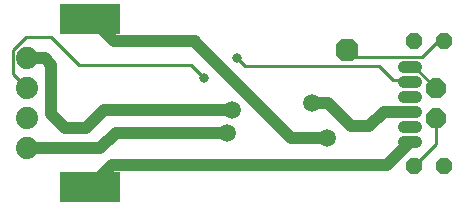
<source format=gbr>
G04 EAGLE Gerber RS-274X export*
G75*
%MOMM*%
%FSLAX34Y34*%
%LPD*%
%INTop Copper*%
%IPPOS*%
%AMOC8*
5,1,8,0,0,1.08239X$1,22.5*%
G01*
%ADD10C,1.008000*%
%ADD11R,5.080000X2.540000*%
%ADD12P,1.814519X8X112.500000*%
%ADD13C,1.879600*%
%ADD14P,1.429621X8X22.500000*%
%ADD15P,2.089446X8X292.500000*%
%ADD16C,1.016000*%
%ADD17C,1.500000*%
%ADD18C,0.254000*%
%ADD19C,0.806400*%


D10*
X337060Y52450D02*
X347140Y52450D01*
X347140Y65150D02*
X337060Y65150D01*
X337060Y77850D02*
X347140Y77850D01*
X347140Y90550D02*
X337060Y90550D01*
X337060Y103250D02*
X347140Y103250D01*
X347140Y115950D02*
X337060Y115950D01*
D11*
X71000Y14000D03*
X71000Y156000D03*
D12*
X364000Y72300D03*
X364000Y97700D03*
D13*
X18000Y123000D03*
X18000Y97600D03*
X18000Y72200D03*
X18000Y46800D03*
D14*
X345300Y138000D03*
X370700Y138000D03*
X345300Y32000D03*
X370700Y32000D03*
D15*
X289000Y130000D03*
D16*
X90000Y33000D02*
X71000Y14000D01*
X322650Y33000D02*
X342100Y52450D01*
X322650Y33000D02*
X90000Y33000D01*
X160000Y137150D02*
X242000Y55150D01*
X160000Y137150D02*
X160000Y138000D01*
X92000Y138000D01*
X74000Y156000D01*
X71000Y156000D01*
D17*
X272000Y55150D03*
D16*
X242000Y55150D01*
D17*
X187000Y60000D03*
D16*
X93000Y60000D01*
X79800Y46800D02*
X18000Y46800D01*
X79800Y46800D02*
X93000Y60000D01*
D17*
X259000Y85000D03*
D16*
X308022Y65634D02*
X320238Y77850D01*
X308022Y65634D02*
X291978Y65634D01*
X272612Y85000D02*
X259000Y85000D01*
X272612Y85000D02*
X291978Y65634D01*
X320238Y77850D02*
X342100Y77850D01*
X33000Y123000D02*
X18000Y123000D01*
D17*
X192000Y79000D03*
D16*
X38759Y117242D02*
X33000Y123000D01*
X74648Y70352D02*
X71882Y68031D01*
X74648Y70352D02*
X75684Y71587D01*
X71882Y68031D02*
X68214Y64364D01*
X50636Y64364D01*
X75684Y71587D02*
X83097Y79000D01*
X38759Y76242D02*
X38759Y117242D01*
X38759Y76242D02*
X50636Y64364D01*
X83097Y79000D02*
X192000Y79000D01*
D18*
X366000Y138000D02*
X370700Y138000D01*
X366000Y138000D02*
X352445Y124445D01*
X294555Y124445D01*
X289000Y130000D01*
X364000Y50700D02*
X345300Y32000D01*
X364000Y50700D02*
X364000Y72300D01*
X18000Y97600D02*
X6000Y109600D01*
X6000Y117758D02*
X5808Y117950D01*
X5808Y129808D01*
X17000Y141000D01*
X38000Y141000D01*
X62000Y117000D02*
X157000Y117000D01*
D19*
X168000Y106000D03*
D18*
X6000Y109600D02*
X6000Y117758D01*
X38000Y141000D02*
X62000Y117000D01*
X157000Y117000D02*
X168000Y106000D01*
X341100Y104250D02*
X342100Y103250D01*
X341100Y104250D02*
X328100Y104250D01*
X316100Y116250D01*
X202750Y116250D01*
D19*
X196000Y123000D03*
D18*
X202750Y116250D01*
X345750Y115950D02*
X364000Y97700D01*
X345750Y115950D02*
X342100Y115950D01*
M02*

</source>
